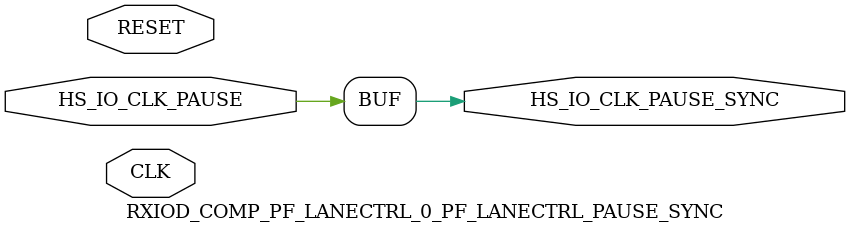
<source format=v>


module RXIOD_COMP_PF_LANECTRL_0_PF_LANECTRL_PAUSE_SYNC( CLK, RESET, HS_IO_CLK_PAUSE, HS_IO_CLK_PAUSE_SYNC );
	
	input CLK, RESET, HS_IO_CLK_PAUSE;
	output HS_IO_CLK_PAUSE_SYNC;

	parameter ENABLE_PAUSE_EXTENSION = 2'b00;

	reg pause_reg_0, pause_reg_1, pause;
	wire pause_sync_0_i;

	generate 
		if( ENABLE_PAUSE_EXTENSION == 3'b000 ) begin : feed
			assign HS_IO_CLK_PAUSE_SYNC = HS_IO_CLK_PAUSE;
		end else if( ENABLE_PAUSE_EXTENSION == 3'b001 ) begin : pipe
			(* HS_IO_CLK_PAUSE_SYNC = 1, syn_keep = 1 *) SLE pause_sync_0(
				.CLK( CLK ),
				.D( HS_IO_CLK_PAUSE ),
				.Q( pause_sync_0_i ),
				.LAT( 1'b0 ),
				.EN( 1'b1 ),
				.ALn( ~RESET ),
				.ADn( 1'b1 ),
				.SLn( 1'b1 ),
				.SD( 1'b0 )
				);

			(* HS_IO_CLK_PAUSE_SYNC = 1, syn_keep = 1 *) SLE pause_sync (
				.CLK( CLK ),
				.D( pause_sync_0_i ),
				.Q( HS_IO_CLK_PAUSE_SYNC ),
				.LAT( 1'b0 ),
				.EN( 1'b1 ),
				.ALn( ~RESET ),
				.ADn( 1'b1 ),
				.SLn( 1'b1 ),
				.SD( 1'b0 )
				);
		end else if ( ENABLE_PAUSE_EXTENSION == 3'b010 ) begin : ext_pipe
			always @(posedge CLK or posedge RESET) begin : ext
				if( RESET == 1'b1 ) begin
					pause_reg_0 <= 1'b0;
					pause_reg_1 <= 1'b0;
					pause <= 1'b0;
				end else begin
					pause_reg_0 <= HS_IO_CLK_PAUSE;
					pause_reg_1 <= pause_reg_0;
					if( HS_IO_CLK_PAUSE == 1'b0 && pause_reg_0 ==1'b1 && pause_reg_1 == 1'b0 )
						pause <= 1'b1; // Extend by 1 cycle if the pulse is less than a cycle
					else
						pause <= HS_IO_CLK_PAUSE;
				end
			end

			(* HS_IO_CLK_PAUSE_SYNC = 1, syn_keep = 1 *) SLE pause_sync (
				.CLK( CLK ),
				.D( pause ),
				.Q( HS_IO_CLK_PAUSE_SYNC ),
				.LAT( 1'b0 ),
				.EN( 1'b1 ),
				.ALn( ~RESET ),
				.ADn( 1'b1 ),
				.SLn( 1'b1 ),
				.SD( 1'b0 )
				);
		end else if ( ENABLE_PAUSE_EXTENSION == 3'b011 ) begin : pipe_fall 
			(* HS_IO_CLK_PAUSE_SYNC = 1, syn_keep = 1 *) SLE pause_sync_0 (
				.CLK( CLK ),
				.D( HS_IO_CLK_PAUSE ),
				.Q( pause_sync_0_i ),
				.LAT( 1'b0 ),
				.EN( 1'b1 ),
				.ALn( ~RESET ),
				.ADn( 1'b1 ),
				.SLn( 1'b1 ),
				.SD( 1'b0 )
				);

			(* HS_IO_CLK_PAUSE_SYNC = 1, syn_keep = 1 *) SLE pause_sync (
				.CLK( ~CLK ),
				.D( pause_sync_0_i ),
				.Q( HS_IO_CLK_PAUSE_SYNC ),
				.LAT( 1'b0 ),
				.EN( 1'b1 ),
				.ALn( ~RESET ),
				.ADn( 1'b1 ),
				.SLn( 1'b1 ),
				.SD( 1'b0 )
				);
		end else if ( ENABLE_PAUSE_EXTENSION == 3'b100 ) begin : ext_pipe_fall 
			always @(posedge CLK or posedge RESET) begin : ext
				if( RESET == 1'b1 ) begin
					pause_reg_0 <= 1'b0;
					pause_reg_1 <= 1'b0;
					pause <= 1'b0;
				end else begin
					pause_reg_0 <= HS_IO_CLK_PAUSE;
					pause_reg_1 <= pause_reg_0;
					if( HS_IO_CLK_PAUSE == 1'b0 && pause_reg_0 ==1'b1 && pause_reg_1 == 1'b0 )
						pause <= 1'b1; // Extend by 1 cycle if the pulse is less than a cycle
					else
						pause <= HS_IO_CLK_PAUSE;
				end
			end

			(* HS_IO_CLK_PAUSE_SYNC = 1, syn_keep = 1 *) SLE pause_sync (
				.CLK( ~CLK ),
				.D( pause ),
				.Q( HS_IO_CLK_PAUSE_SYNC ),
				.LAT( 1'b0 ),
				.EN( 1'b1 ),
				.ALn( ~RESET ),
				.ADn( 1'b1 ),
				.SLn( 1'b1 ),
				.SD( 1'b0 )
				);
		end
	endgenerate

endmodule
</source>
